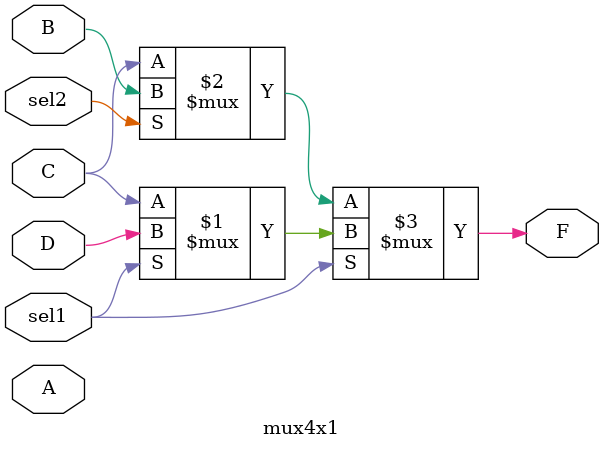
<source format=v>
module mux4x1(A,B,C,D,sel1,sel2,F);
input A,B,C,D,sel1,sel2;
output F;
assign F = sel1 ? (sel1 ? D:C) : (sel2 ? B:C);
endmodule

</source>
